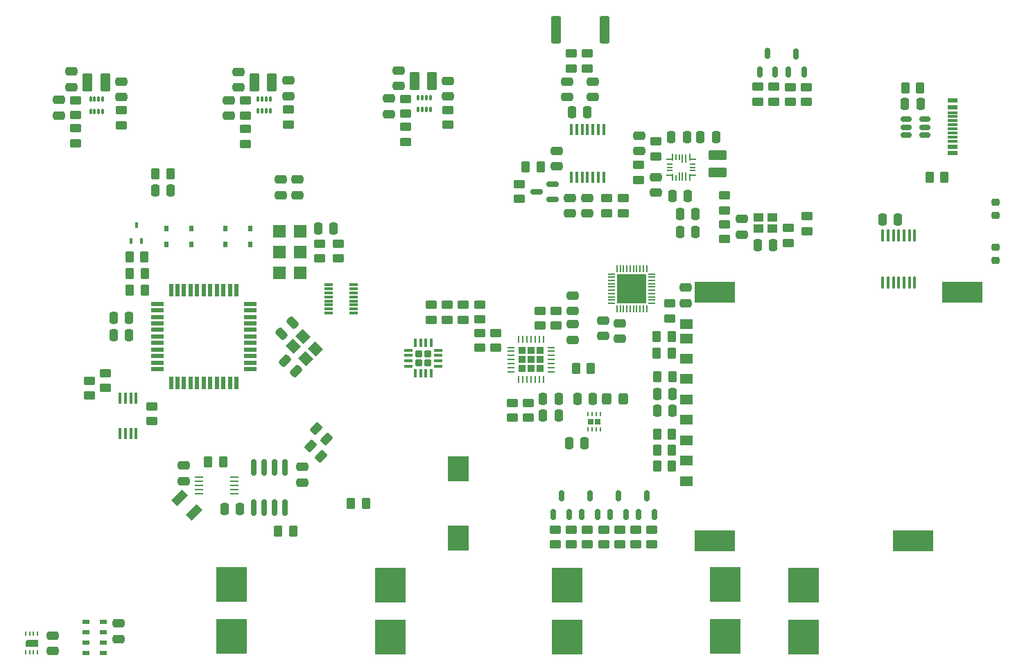
<source format=gbr>
%TF.GenerationSoftware,KiCad,Pcbnew,7.0.9-7.0.9~ubuntu23.04.1*%
%TF.CreationDate,2023-12-10T18:21:03+00:00*%
%TF.ProjectId,BATDATUNIT01,42415444-4154-4554-9e49-5430312e6b69,rev?*%
%TF.SameCoordinates,Original*%
%TF.FileFunction,Paste,Bot*%
%TF.FilePolarity,Positive*%
%FSLAX46Y46*%
G04 Gerber Fmt 4.6, Leading zero omitted, Abs format (unit mm)*
G04 Created by KiCad (PCBNEW 7.0.9-7.0.9~ubuntu23.04.1) date 2023-12-10 18:21:03*
%MOMM*%
%LPD*%
G01*
G04 APERTURE LIST*
G04 Aperture macros list*
%AMRoundRect*
0 Rectangle with rounded corners*
0 $1 Rounding radius*
0 $2 $3 $4 $5 $6 $7 $8 $9 X,Y pos of 4 corners*
0 Add a 4 corners polygon primitive as box body*
4,1,4,$2,$3,$4,$5,$6,$7,$8,$9,$2,$3,0*
0 Add four circle primitives for the rounded corners*
1,1,$1+$1,$2,$3*
1,1,$1+$1,$4,$5*
1,1,$1+$1,$6,$7*
1,1,$1+$1,$8,$9*
0 Add four rect primitives between the rounded corners*
20,1,$1+$1,$2,$3,$4,$5,0*
20,1,$1+$1,$4,$5,$6,$7,0*
20,1,$1+$1,$6,$7,$8,$9,0*
20,1,$1+$1,$8,$9,$2,$3,0*%
%AMRotRect*
0 Rectangle, with rotation*
0 The origin of the aperture is its center*
0 $1 length*
0 $2 width*
0 $3 Rotation angle, in degrees counterclockwise*
0 Add horizontal line*
21,1,$1,$2,0,0,$3*%
%AMFreePoly0*
4,1,6,0.450000,-0.800000,-0.180000,-0.800000,-0.450000,-0.530000,-0.450000,0.800000,0.450000,0.800000,0.450000,-0.800000,0.450000,-0.800000,$1*%
G04 Aperture macros list end*
%ADD10RoundRect,0.250000X0.450000X-0.262500X0.450000X0.262500X-0.450000X0.262500X-0.450000X-0.262500X0*%
%ADD11RoundRect,0.250000X-0.262500X-0.450000X0.262500X-0.450000X0.262500X0.450000X-0.262500X0.450000X0*%
%ADD12R,0.950000X0.550000*%
%ADD13RoundRect,0.250000X0.475000X-0.250000X0.475000X0.250000X-0.475000X0.250000X-0.475000X-0.250000X0*%
%ADD14RoundRect,0.150000X0.150000X-0.512500X0.150000X0.512500X-0.150000X0.512500X-0.150000X-0.512500X0*%
%ADD15RoundRect,0.250000X0.375000X0.850000X-0.375000X0.850000X-0.375000X-0.850000X0.375000X-0.850000X0*%
%ADD16RoundRect,0.250000X-0.503814X-0.132583X-0.132583X-0.503814X0.503814X0.132583X0.132583X0.503814X0*%
%ADD17R,0.600000X0.700000*%
%ADD18RoundRect,0.050000X-0.100000X0.285000X-0.100000X-0.285000X0.100000X-0.285000X0.100000X0.285000X0*%
%ADD19RoundRect,0.150000X-0.512500X-0.150000X0.512500X-0.150000X0.512500X0.150000X-0.512500X0.150000X0*%
%ADD20RoundRect,0.250000X-0.450000X0.262500X-0.450000X-0.262500X0.450000X-0.262500X0.450000X0.262500X0*%
%ADD21R,3.810000X4.240000*%
%ADD22RoundRect,0.250000X-0.362500X-1.425000X0.362500X-1.425000X0.362500X1.425000X-0.362500X1.425000X0*%
%ADD23RoundRect,0.217500X0.217500X0.217500X-0.217500X0.217500X-0.217500X-0.217500X0.217500X-0.217500X0*%
%ADD24RoundRect,0.075000X0.462500X0.075000X-0.462500X0.075000X-0.462500X-0.075000X0.462500X-0.075000X0*%
%ADD25RoundRect,0.075000X0.075000X0.462500X-0.075000X0.462500X-0.075000X-0.462500X0.075000X-0.462500X0*%
%ADD26RoundRect,0.250000X0.250000X0.475000X-0.250000X0.475000X-0.250000X-0.475000X0.250000X-0.475000X0*%
%ADD27R,1.150000X0.600000*%
%ADD28R,1.150000X0.300000*%
%ADD29RoundRect,0.250000X-0.325000X-0.450000X0.325000X-0.450000X0.325000X0.450000X-0.325000X0.450000X0*%
%ADD30R,1.050000X0.300000*%
%ADD31RoundRect,0.250000X0.850000X-0.375000X0.850000X0.375000X-0.850000X0.375000X-0.850000X-0.375000X0*%
%ADD32RoundRect,0.250000X-0.475000X0.250000X-0.475000X-0.250000X0.475000X-0.250000X0.475000X0.250000X0*%
%ADD33RoundRect,0.250000X-0.250000X-0.475000X0.250000X-0.475000X0.250000X0.475000X-0.250000X0.475000X0*%
%ADD34RoundRect,0.250000X0.262500X0.450000X-0.262500X0.450000X-0.262500X-0.450000X0.262500X-0.450000X0*%
%ADD35RotRect,1.400000X1.200000X315.000000*%
%ADD36R,0.650000X0.750000*%
%ADD37R,0.250000X0.500000*%
%ADD38RoundRect,0.150000X0.150000X-0.825000X0.150000X0.825000X-0.150000X0.825000X-0.150000X-0.825000X0*%
%ADD39R,0.450000X1.450000*%
%ADD40R,1.600000X1.200000*%
%ADD41R,5.000000X2.500000*%
%ADD42RoundRect,0.225000X0.225000X-0.225000X0.225000X0.225000X-0.225000X0.225000X-0.225000X-0.225000X0*%
%ADD43RoundRect,0.062500X0.062500X-0.337500X0.062500X0.337500X-0.062500X0.337500X-0.062500X-0.337500X0*%
%ADD44RoundRect,0.062500X0.337500X-0.062500X0.337500X0.062500X-0.337500X0.062500X-0.337500X-0.062500X0*%
%ADD45R,0.450000X0.700000*%
%ADD46RoundRect,0.050000X-0.337500X0.050000X-0.337500X-0.050000X0.337500X-0.050000X0.337500X0.050000X0*%
%ADD47RoundRect,0.050000X0.050000X0.337500X-0.050000X0.337500X-0.050000X-0.337500X0.050000X-0.337500X0*%
%ADD48RoundRect,0.050000X-0.262500X0.050000X-0.262500X-0.050000X0.262500X-0.050000X0.262500X0.050000X0*%
%ADD49RoundRect,0.050000X0.337500X-0.050000X0.337500X0.050000X-0.337500X0.050000X-0.337500X-0.050000X0*%
%ADD50RoundRect,0.050000X-0.050000X-0.262500X0.050000X-0.262500X0.050000X0.262500X-0.050000X0.262500X0*%
%ADD51RoundRect,0.050000X-0.050000X-0.450000X0.050000X-0.450000X0.050000X0.450000X-0.050000X0.450000X0*%
%ADD52RoundRect,0.050000X-0.050000X-0.337500X0.050000X-0.337500X0.050000X0.337500X-0.050000X0.337500X0*%
%ADD53RoundRect,0.050000X0.362500X-0.050000X0.362500X0.050000X-0.362500X0.050000X-0.362500X-0.050000X0*%
%ADD54RoundRect,0.050000X-0.362500X0.050000X-0.362500X-0.050000X0.362500X-0.050000X0.362500X0.050000X0*%
%ADD55R,2.500000X3.050000*%
%ADD56FreePoly0,270.000000*%
%ADD57R,0.250000X0.550000*%
%ADD58RoundRect,0.250000X-0.512652X-0.159099X-0.159099X-0.512652X0.512652X0.159099X0.159099X0.512652X0*%
%ADD59RoundRect,0.250000X0.250000X-0.200000X0.250000X0.200000X-0.250000X0.200000X-0.250000X-0.200000X0*%
%ADD60RotRect,1.000000X1.800000X135.000000*%
%ADD61RoundRect,0.150000X0.587500X0.150000X-0.587500X0.150000X-0.587500X-0.150000X0.587500X-0.150000X0*%
%ADD62R,1.100000X0.250000*%
%ADD63R,1.150000X1.000000*%
%ADD64R,1.524000X1.524000*%
%ADD65RoundRect,0.250000X0.159099X-0.512652X0.512652X-0.159099X-0.159099X0.512652X-0.512652X0.159099X0*%
%ADD66R,0.850000X0.200000*%
%ADD67R,0.200000X0.850000*%
%ADD68R,3.600000X3.600000*%
%ADD69RoundRect,0.100000X0.100000X-0.637500X0.100000X0.637500X-0.100000X0.637500X-0.100000X-0.637500X0*%
%ADD70R,1.500000X0.550000*%
%ADD71R,0.550000X1.500000*%
G04 APERTURE END LIST*
D10*
%TO.C,R35*%
X84786000Y17213500D03*
X84786000Y19038500D03*
%TD*%
D11*
%TO.C,R10*%
X93273500Y28726000D03*
X95098500Y28726000D03*
%TD*%
D12*
%TO.C,U9*%
X25659750Y7704750D03*
X25659750Y6454750D03*
X25659750Y5204750D03*
X25659750Y3954750D03*
X23509750Y3954750D03*
X23509750Y5204750D03*
X23509750Y6454750D03*
X23509750Y7704750D03*
%TD*%
D13*
%TO.C,C39*%
X61736000Y73266000D03*
X61736000Y75166000D03*
%TD*%
D14*
%TO.C,Q2*%
X89469330Y20888500D03*
X87569330Y20888500D03*
X88519330Y23163500D03*
%TD*%
D15*
%TO.C,L3*%
X46261000Y73711000D03*
X44111000Y73711000D03*
%TD*%
D16*
%TO.C,R37*%
X50940765Y29271235D03*
X52231235Y27980765D03*
%TD*%
D17*
%TO.C,SW2*%
X33386000Y53901000D03*
X36386000Y53901000D03*
X33386000Y55801000D03*
X36386000Y55801000D03*
%TD*%
D18*
%TO.C,U17*%
X24086000Y71658500D03*
X24586000Y71658500D03*
X25086000Y71658500D03*
X25586000Y71658500D03*
X25586000Y70178500D03*
X25086000Y70178500D03*
X24586000Y70178500D03*
X24086000Y70178500D03*
%TD*%
D19*
%TO.C,U2*%
X123711000Y67276000D03*
X123711000Y68226000D03*
X123711000Y69176000D03*
X125986000Y69176000D03*
X125986000Y68226000D03*
X125986000Y67276000D03*
%TD*%
D20*
%TO.C,R14*%
X101537600Y56357100D03*
X101537600Y54532100D03*
%TD*%
D21*
%TO.C,F3*%
X82309800Y12223800D03*
X82309800Y5853800D03*
%TD*%
D22*
%TO.C,R61*%
X80923500Y80126000D03*
X86848500Y80126000D03*
%TD*%
D23*
%TO.C,U4*%
X65251000Y39441000D03*
X65251000Y40521000D03*
X64171000Y39441000D03*
X64171000Y40521000D03*
D24*
X66548500Y40956000D03*
X66548500Y40306000D03*
X66548500Y39656000D03*
X66548500Y39006000D03*
D25*
X65686000Y38143500D03*
X65036000Y38143500D03*
X64386000Y38143500D03*
X63736000Y38143500D03*
D24*
X62873500Y39006000D03*
X62873500Y39656000D03*
X62873500Y40306000D03*
X62873500Y40956000D03*
D25*
X63736000Y41818500D03*
X64386000Y41818500D03*
X65036000Y41818500D03*
X65686000Y41818500D03*
%TD*%
D26*
%TO.C,C15*%
X28786000Y42826000D03*
X26886000Y42826000D03*
%TD*%
%TO.C,C35*%
X122686000Y56951000D03*
X120786000Y56951000D03*
%TD*%
D27*
%TO.C,J1*%
X129381000Y71456000D03*
X129381000Y70656000D03*
D28*
X129381000Y69506000D03*
X129381000Y68506000D03*
X129381000Y68006000D03*
X129381000Y67006000D03*
D27*
X129381000Y65056000D03*
X129381000Y65856000D03*
D28*
X129381000Y66506000D03*
X129381000Y67506000D03*
X129381000Y69006000D03*
X129381000Y70006000D03*
%TD*%
D29*
%TO.C,L5*%
X87111000Y35026000D03*
X89161000Y35026000D03*
%TD*%
D26*
%TO.C,C45*%
X84436000Y29576000D03*
X82536000Y29576000D03*
%TD*%
D13*
%TO.C,C24*%
X91086000Y65276000D03*
X91086000Y67176000D03*
%TD*%
D30*
%TO.C,U7*%
X56186000Y48976000D03*
X56186000Y48476000D03*
X56186000Y47976000D03*
X56186000Y47476000D03*
X56186000Y46976000D03*
X56186000Y46476000D03*
X56186000Y45976000D03*
X56186000Y45476000D03*
X53186000Y45476000D03*
X53186000Y45976000D03*
X53186000Y46476000D03*
X53186000Y46976000D03*
X53186000Y47476000D03*
X53186000Y47976000D03*
X53186000Y48476000D03*
X53186000Y48976000D03*
%TD*%
D20*
%TO.C,R50*%
X105586000Y73163500D03*
X105586000Y71338500D03*
%TD*%
D31*
%TO.C,L1*%
X100686000Y62651000D03*
X100686000Y64801000D03*
%TD*%
D32*
%TO.C,C18*%
X27486000Y7529750D03*
X27486000Y5629750D03*
%TD*%
D10*
%TO.C,R27*%
X88719332Y17213500D03*
X88719332Y19038500D03*
%TD*%
D32*
%TO.C,C3*%
X96786000Y48626000D03*
X96786000Y46726000D03*
%TD*%
D33*
%TO.C,C6*%
X79336000Y32926000D03*
X81236000Y32926000D03*
%TD*%
D34*
%TO.C,R29*%
X85186000Y38726000D03*
X83361000Y38726000D03*
%TD*%
D32*
%TO.C,C10*%
X47326000Y61826000D03*
X47326000Y59926000D03*
%TD*%
D33*
%TO.C,C21*%
X31986000Y60516000D03*
X33886000Y60516000D03*
%TD*%
D11*
%TO.C,R44*%
X28836000Y52326000D03*
X30661000Y52326000D03*
%TD*%
D13*
%TO.C,C20*%
X35486000Y24956000D03*
X35486000Y26856000D03*
%TD*%
D20*
%TO.C,R38*%
X54386000Y53988500D03*
X54386000Y52163500D03*
%TD*%
D32*
%TO.C,C50*%
X49924800Y26676600D03*
X49924800Y24776600D03*
%TD*%
D14*
%TO.C,Q6*%
X107711000Y74951000D03*
X105811000Y74951000D03*
X106761000Y77226000D03*
%TD*%
D35*
%TO.C,Y2*%
X50013081Y42633081D03*
X51568716Y41077446D03*
X50366635Y39875365D03*
X48811000Y41431000D03*
%TD*%
D20*
%TO.C,R13*%
X101536000Y59893500D03*
X101536000Y58068500D03*
%TD*%
D13*
%TO.C,C29*%
X82286000Y71876000D03*
X82286000Y73776000D03*
%TD*%
D36*
%TO.C,U18*%
X85186000Y32226000D03*
X85986000Y32226000D03*
D37*
X86336000Y31276000D03*
X85836000Y31276000D03*
X85336000Y31276000D03*
X84836000Y31276000D03*
X84836000Y33176000D03*
X85336000Y33176000D03*
X85836000Y33176000D03*
X86336000Y33176000D03*
%TD*%
D11*
%TO.C,R9*%
X93273500Y30676000D03*
X95098500Y30676000D03*
%TD*%
D10*
%TO.C,R72*%
X48236000Y68548500D03*
X48236000Y70373500D03*
%TD*%
D20*
%TO.C,R51*%
X109511000Y73138500D03*
X109511000Y71313500D03*
%TD*%
D34*
%TO.C,R6*%
X95048500Y42626000D03*
X93223500Y42626000D03*
%TD*%
D15*
%TO.C,L2*%
X65811000Y73866000D03*
X63661000Y73866000D03*
%TD*%
D14*
%TO.C,Q5*%
X111211000Y74926000D03*
X109311000Y74926000D03*
X110261000Y77201000D03*
%TD*%
D32*
%TO.C,C34*%
X84786000Y59556000D03*
X84786000Y57656000D03*
%TD*%
D11*
%TO.C,R8*%
X93323500Y37726000D03*
X95148500Y37726000D03*
%TD*%
D34*
%TO.C,R18*%
X30686000Y50326000D03*
X28861000Y50326000D03*
%TD*%
D10*
%TO.C,R46*%
X23986000Y35413500D03*
X23986000Y37238500D03*
%TD*%
%TO.C,R48*%
X107511000Y71338500D03*
X107511000Y73163500D03*
%TD*%
%TO.C,R31*%
X86752666Y17213500D03*
X86752666Y19038500D03*
%TD*%
D20*
%TO.C,R56*%
X91022000Y63596100D03*
X91022000Y61771100D03*
%TD*%
D38*
%TO.C,U5*%
X47791000Y21701000D03*
X46521000Y21701000D03*
X45251000Y21701000D03*
X43981000Y21701000D03*
X43981000Y26651000D03*
X45251000Y26651000D03*
X46521000Y26651000D03*
X47791000Y26651000D03*
%TD*%
D39*
%TO.C,U11*%
X29661000Y30726000D03*
X29011000Y30726000D03*
X28361000Y30726000D03*
X27711000Y30726000D03*
X27711000Y35126000D03*
X28361000Y35126000D03*
X29011000Y35126000D03*
X29661000Y35126000D03*
%TD*%
D34*
%TO.C,R7*%
X95048500Y40626000D03*
X93223500Y40626000D03*
%TD*%
D10*
%TO.C,R19*%
X82819334Y17213500D03*
X82819334Y19038500D03*
%TD*%
D14*
%TO.C,Q1*%
X82535998Y20888500D03*
X80635998Y20888500D03*
X81585998Y23163500D03*
%TD*%
D20*
%TO.C,R80*%
X22286000Y68106000D03*
X22286000Y66281000D03*
%TD*%
D11*
%TO.C,R43*%
X32003500Y62546000D03*
X33828500Y62546000D03*
%TD*%
D17*
%TO.C,SW4*%
X43586000Y55801000D03*
X40586000Y55801000D03*
X43586000Y53901000D03*
X40586000Y53901000D03*
%TD*%
D20*
%TO.C,R79*%
X22286000Y71531000D03*
X22286000Y69706000D03*
%TD*%
D40*
%TO.C,J2*%
X96861000Y27441000D03*
X96861000Y29941000D03*
X96861000Y32441000D03*
X96861000Y34941000D03*
X96861000Y37441000D03*
X96861000Y39941000D03*
X96861000Y42371000D03*
X96861000Y44171000D03*
X96861000Y24941000D03*
D41*
X100361000Y48056000D03*
X100361000Y17606000D03*
X124561000Y17606000D03*
X130561000Y48056000D03*
%TD*%
D32*
%TO.C,C42*%
X60536000Y71716000D03*
X60536000Y69816000D03*
%TD*%
D33*
%TO.C,C7*%
X79336000Y35026000D03*
X81236000Y35026000D03*
%TD*%
D26*
%TO.C,C27*%
X97036000Y59801000D03*
X95136000Y59801000D03*
%TD*%
D10*
%TO.C,R24*%
X71586000Y41251000D03*
X71586000Y43076000D03*
%TD*%
%TO.C,R25*%
X73536000Y41251000D03*
X73536000Y43076000D03*
%TD*%
D33*
%TO.C,C12*%
X51886000Y55826000D03*
X53786000Y55826000D03*
%TD*%
D11*
%TO.C,R2*%
X126536000Y62076000D03*
X128361000Y62076000D03*
%TD*%
D13*
%TO.C,C38*%
X27836000Y71918500D03*
X27836000Y73818500D03*
%TD*%
D26*
%TO.C,C46*%
X85436000Y35026000D03*
X83536000Y35026000D03*
%TD*%
%TO.C,C5*%
X125436000Y71076000D03*
X123536000Y71076000D03*
%TD*%
D13*
%TO.C,C40*%
X42186000Y73061000D03*
X42186000Y74961000D03*
%TD*%
D10*
%TO.C,R55*%
X89167800Y57713500D03*
X89167800Y59538500D03*
%TD*%
%TO.C,R26*%
X80852668Y17213500D03*
X80852668Y19038500D03*
%TD*%
D26*
%TO.C,C47*%
X95161000Y35626000D03*
X93261000Y35626000D03*
%TD*%
D32*
%TO.C,C2*%
X88686000Y44251000D03*
X88686000Y42351000D03*
%TD*%
D10*
%TO.C,R15*%
X75586000Y32687500D03*
X75586000Y34512500D03*
%TD*%
D21*
%TO.C,F2*%
X60694400Y12223800D03*
X60694400Y5853800D03*
%TD*%
D42*
%TO.C,U3*%
X76766000Y38686000D03*
X77886000Y38686000D03*
X79006000Y38686000D03*
X76766000Y39806000D03*
X77886000Y39806000D03*
X79006000Y39806000D03*
X76766000Y40926000D03*
X77886000Y40926000D03*
X79006000Y40926000D03*
D43*
X79386000Y37356000D03*
X78886000Y37356000D03*
X78386000Y37356000D03*
X77886000Y37356000D03*
X77386000Y37356000D03*
X76886000Y37356000D03*
X76386000Y37356000D03*
D44*
X75436000Y38306000D03*
X75436000Y38806000D03*
X75436000Y39306000D03*
X75436000Y39806000D03*
X75436000Y40306000D03*
X75436000Y40806000D03*
X75436000Y41306000D03*
D43*
X76386000Y42256000D03*
X76886000Y42256000D03*
X77386000Y42256000D03*
X77886000Y42256000D03*
X78386000Y42256000D03*
X78886000Y42256000D03*
X79386000Y42256000D03*
D44*
X80336000Y41306000D03*
X80336000Y40806000D03*
X80336000Y40306000D03*
X80336000Y39806000D03*
X80336000Y39306000D03*
X80336000Y38806000D03*
X80336000Y38306000D03*
%TD*%
D13*
%TO.C,C4*%
X103620400Y55104200D03*
X103620400Y57004200D03*
%TD*%
D45*
%TO.C,D6*%
X30336000Y54276000D03*
X29036000Y54276000D03*
X29686000Y56276000D03*
%TD*%
D34*
%TO.C,R82*%
X40270900Y27301400D03*
X38445900Y27301400D03*
%TD*%
D10*
%TO.C,R57*%
X93155600Y64666700D03*
X93155600Y66491700D03*
%TD*%
D11*
%TO.C,R5*%
X123573500Y73026000D03*
X125398500Y73026000D03*
%TD*%
D10*
%TO.C,R42*%
X31536000Y32263500D03*
X31536000Y34088500D03*
%TD*%
D26*
%TO.C,C48*%
X95186000Y33601000D03*
X93286000Y33601000D03*
%TD*%
D15*
%TO.C,L4*%
X25886000Y73668500D03*
X23736000Y73668500D03*
%TD*%
D34*
%TO.C,R28*%
X30686000Y48326000D03*
X28861000Y48326000D03*
%TD*%
D39*
%TO.C,U12*%
X86736000Y62076000D03*
X86086000Y62076000D03*
X85436000Y62076000D03*
X84786000Y62076000D03*
X84136000Y62076000D03*
X83486000Y62076000D03*
X82836000Y62076000D03*
X82836000Y67976000D03*
X83486000Y67976000D03*
X84136000Y67976000D03*
X84786000Y67976000D03*
X85436000Y67976000D03*
X86086000Y67976000D03*
X86736000Y67976000D03*
%TD*%
D10*
%TO.C,R17*%
X77586000Y32687500D03*
X77586000Y34512500D03*
%TD*%
D46*
%TO.C,U13*%
X94838500Y62376000D03*
D47*
X95126000Y62088500D03*
D48*
X94823500Y62919000D03*
X94813500Y63319000D03*
X94813500Y63719000D03*
D47*
X95126000Y64563500D03*
D49*
X94838500Y64276000D03*
D50*
X95576000Y64538500D03*
X95976000Y64538500D03*
D51*
X96376000Y64356000D03*
X96776000Y64356000D03*
D52*
X97276000Y64563500D03*
D53*
X97588500Y64276000D03*
D48*
X97583500Y63719000D03*
X97583500Y63319000D03*
X97583500Y62919000D03*
D52*
X97276000Y62088500D03*
D54*
X97588500Y62376000D03*
D51*
X96776000Y62196000D03*
X96376000Y62196000D03*
X95976000Y62196000D03*
D50*
X95576000Y62016000D03*
%TD*%
D13*
%TO.C,C16*%
X19486000Y4179750D03*
X19486000Y6079750D03*
%TD*%
D20*
%TO.C,R78*%
X42986000Y68023500D03*
X42986000Y66198500D03*
%TD*%
%TO.C,R75*%
X62536000Y71678500D03*
X62536000Y69853500D03*
%TD*%
D34*
%TO.C,R45*%
X57698500Y22226000D03*
X55873500Y22226000D03*
%TD*%
D10*
%TO.C,R21*%
X67636000Y44676000D03*
X67636000Y46501000D03*
%TD*%
D55*
%TO.C,BZ1*%
X69036000Y18001000D03*
X69036000Y26451000D03*
%TD*%
D10*
%TO.C,R32*%
X92652668Y17213500D03*
X92652668Y19038500D03*
%TD*%
%TO.C,R4*%
X111570600Y55497300D03*
X111570600Y57322300D03*
%TD*%
D56*
%TO.C,U6*%
X16884750Y5154750D03*
D57*
X16134750Y6329750D03*
X16634750Y6329750D03*
X17134750Y6329750D03*
X17634750Y6329750D03*
X17634750Y3979750D03*
X17134750Y3979750D03*
X16634750Y3979750D03*
X16134750Y3979750D03*
%TD*%
D13*
%TO.C,C41*%
X21736000Y73106000D03*
X21736000Y75006000D03*
%TD*%
%TO.C,C36*%
X67736000Y71966000D03*
X67736000Y73866000D03*
%TD*%
D32*
%TO.C,C1*%
X82986000Y47626000D03*
X82986000Y45726000D03*
%TD*%
D18*
%TO.C,U16*%
X44536000Y71701000D03*
X45036000Y71701000D03*
X45536000Y71701000D03*
X46036000Y71701000D03*
X46036000Y70221000D03*
X45536000Y70221000D03*
X45036000Y70221000D03*
X44536000Y70221000D03*
%TD*%
D20*
%TO.C,R54*%
X87086000Y59538500D03*
X87086000Y57713500D03*
%TD*%
%TO.C,R59*%
X82786000Y77238500D03*
X82786000Y75413500D03*
%TD*%
%TO.C,R1*%
X94786000Y46651000D03*
X94786000Y44826000D03*
%TD*%
D58*
%TO.C,C14*%
X47864249Y39697751D03*
X49207751Y38354249D03*
%TD*%
D59*
%TO.C,D8*%
X134586000Y57426000D03*
X134586000Y59026000D03*
%TD*%
D20*
%TO.C,R3*%
X109335400Y55899900D03*
X109335400Y54074900D03*
%TD*%
D10*
%TO.C,R33*%
X80936000Y43963500D03*
X80936000Y45788500D03*
%TD*%
D18*
%TO.C,U15*%
X64086000Y71856000D03*
X64586000Y71856000D03*
X65086000Y71856000D03*
X65586000Y71856000D03*
X65586000Y70376000D03*
X65086000Y70376000D03*
X64586000Y70376000D03*
X64086000Y70376000D03*
%TD*%
D60*
%TO.C,Y3*%
X34952117Y22859883D03*
X36719883Y21092117D03*
%TD*%
D13*
%TO.C,C31*%
X80986000Y63426000D03*
X80986000Y65326000D03*
%TD*%
D61*
%TO.C,Q7*%
X80473500Y61276000D03*
X80473500Y59376000D03*
X78598500Y60326000D03*
%TD*%
D62*
%TO.C,U10*%
X37336000Y23406000D03*
X37336000Y23906000D03*
X37336000Y24406000D03*
X37336000Y24906000D03*
X37336000Y25406000D03*
X41636000Y25406000D03*
X41636000Y24906000D03*
X41636000Y24406000D03*
X41636000Y23906000D03*
X41636000Y23406000D03*
%TD*%
D14*
%TO.C,Q4*%
X92935998Y20888500D03*
X91035998Y20888500D03*
X91985998Y23163500D03*
%TD*%
D63*
%TO.C,Y1*%
X105615600Y57186000D03*
X107365600Y57186000D03*
X107365600Y55786000D03*
X105615600Y55786000D03*
%TD*%
D59*
%TO.C,D7*%
X134586000Y51901000D03*
X134586000Y53501000D03*
%TD*%
D64*
%TO.C,J3*%
X47166000Y50436000D03*
X49706000Y50436000D03*
X47166000Y52976000D03*
X49706000Y52976000D03*
X47166000Y55516000D03*
X49706000Y55516000D03*
%TD*%
D10*
%TO.C,R70*%
X27836000Y68481000D03*
X27836000Y70306000D03*
%TD*%
D20*
%TO.C,R40*%
X52086000Y53988500D03*
X52086000Y52163500D03*
%TD*%
D33*
%TO.C,C32*%
X98586000Y67026000D03*
X100486000Y67026000D03*
%TD*%
D32*
%TO.C,C25*%
X82640000Y59569600D03*
X82640000Y57669600D03*
%TD*%
D26*
%TO.C,C17*%
X42336000Y21506000D03*
X40436000Y21506000D03*
%TD*%
D33*
%TO.C,C26*%
X82886000Y70026000D03*
X84786000Y70026000D03*
%TD*%
D65*
%TO.C,C9*%
X47414249Y42954249D03*
X48757751Y44297751D03*
%TD*%
D16*
%TO.C,R36*%
X51640765Y31371235D03*
X52931235Y30080765D03*
%TD*%
D33*
%TO.C,C23*%
X96066400Y55419200D03*
X97966400Y55419200D03*
%TD*%
D14*
%TO.C,Q3*%
X86002664Y20888500D03*
X84102664Y20888500D03*
X85052664Y23163500D03*
%TD*%
D13*
%TO.C,C37*%
X48236000Y72011000D03*
X48236000Y73911000D03*
%TD*%
D10*
%TO.C,R81*%
X71586000Y44708500D03*
X71586000Y46533500D03*
%TD*%
D32*
%TO.C,C44*%
X20236000Y71568500D03*
X20236000Y69668500D03*
%TD*%
D20*
%TO.C,R77*%
X42986000Y71473500D03*
X42986000Y69648500D03*
%TD*%
D21*
%TO.C,F5*%
X111189600Y12223800D03*
X111189600Y5853800D03*
%TD*%
D32*
%TO.C,C43*%
X40986000Y71511000D03*
X40986000Y69611000D03*
%TD*%
D11*
%TO.C,R41*%
X47023500Y18826000D03*
X48848500Y18826000D03*
%TD*%
D10*
%TO.C,R71*%
X67736000Y68491000D03*
X67736000Y70316000D03*
%TD*%
D66*
%TO.C,U1*%
X87736000Y46676000D03*
X87736000Y47076000D03*
X87736000Y47476000D03*
X87736000Y47876000D03*
X87736000Y48276000D03*
X87736000Y48676000D03*
X87736000Y49076000D03*
X87736000Y49476000D03*
X87736000Y49876000D03*
X87736000Y50276000D03*
D67*
X88386000Y50926000D03*
X88786000Y50926000D03*
X89186000Y50926000D03*
X89586000Y50926000D03*
X89986000Y50926000D03*
X90386000Y50926000D03*
X90786000Y50926000D03*
X91186000Y50926000D03*
X91586000Y50926000D03*
X91986000Y50926000D03*
D66*
X92636000Y50276000D03*
X92636000Y49876000D03*
X92636000Y49476000D03*
X92636000Y49076000D03*
X92636000Y48676000D03*
X92636000Y48276000D03*
X92636000Y47876000D03*
X92636000Y47476000D03*
X92636000Y47076000D03*
X92636000Y46676000D03*
D67*
X91986000Y46026000D03*
X91586000Y46026000D03*
X91186000Y46026000D03*
X90786000Y46026000D03*
X90386000Y46026000D03*
X89986000Y46026000D03*
X89586000Y46026000D03*
X89186000Y46026000D03*
X88786000Y46026000D03*
X88386000Y46026000D03*
D68*
X90186000Y48476000D03*
%TD*%
D20*
%TO.C,R60*%
X84786000Y77238500D03*
X84786000Y75413500D03*
%TD*%
D32*
%TO.C,C19*%
X86686000Y44601000D03*
X86686000Y42701000D03*
%TD*%
D69*
%TO.C,U14*%
X124736000Y49238500D03*
X124086000Y49238500D03*
X123436000Y49238500D03*
X122786000Y49238500D03*
X122136000Y49238500D03*
X121486000Y49238500D03*
X120836000Y49238500D03*
X120836000Y54963500D03*
X121486000Y54963500D03*
X122136000Y54963500D03*
X122786000Y54963500D03*
X123436000Y54963500D03*
X124086000Y54963500D03*
X124736000Y54963500D03*
%TD*%
D26*
%TO.C,C49*%
X107466000Y53793600D03*
X105566000Y53793600D03*
%TD*%
%TO.C,C11*%
X28786000Y44876000D03*
X26886000Y44876000D03*
%TD*%
D20*
%TO.C,R76*%
X62536000Y68278500D03*
X62536000Y66453500D03*
%TD*%
D32*
%TO.C,C13*%
X49361000Y61826000D03*
X49361000Y59926000D03*
%TD*%
D10*
%TO.C,R30*%
X69586000Y44676000D03*
X69586000Y46501000D03*
%TD*%
%TO.C,R47*%
X25936000Y36313500D03*
X25936000Y38138500D03*
%TD*%
D20*
%TO.C,R58*%
X76486000Y61263500D03*
X76486000Y59438500D03*
%TD*%
D10*
%TO.C,R49*%
X111486000Y71313500D03*
X111486000Y73138500D03*
%TD*%
D13*
%TO.C,C30*%
X85386000Y71876000D03*
X85386000Y73776000D03*
%TD*%
D70*
%TO.C,U8*%
X43611000Y46631000D03*
X43611000Y45831000D03*
X43611000Y45031000D03*
X43611000Y44231000D03*
X43611000Y43431000D03*
X43611000Y42631000D03*
X43611000Y41831000D03*
X43611000Y41031000D03*
X43611000Y40231000D03*
X43611000Y39431000D03*
X43611000Y38631000D03*
D71*
X41911000Y36931000D03*
X41111000Y36931000D03*
X40311000Y36931000D03*
X39511000Y36931000D03*
X38711000Y36931000D03*
X37911000Y36931000D03*
X37111000Y36931000D03*
X36311000Y36931000D03*
X35511000Y36931000D03*
X34711000Y36931000D03*
X33911000Y36931000D03*
D70*
X32211000Y38631000D03*
X32211000Y39431000D03*
X32211000Y40231000D03*
X32211000Y41031000D03*
X32211000Y41831000D03*
X32211000Y42631000D03*
X32211000Y43431000D03*
X32211000Y44231000D03*
X32211000Y45031000D03*
X32211000Y45831000D03*
X32211000Y46631000D03*
D71*
X33911000Y48331000D03*
X34711000Y48331000D03*
X35511000Y48331000D03*
X36311000Y48331000D03*
X37111000Y48331000D03*
X37911000Y48331000D03*
X38711000Y48331000D03*
X39511000Y48331000D03*
X40311000Y48331000D03*
X41111000Y48331000D03*
X41911000Y48331000D03*
%TD*%
D11*
%TO.C,R53*%
X77223500Y63376000D03*
X79048500Y63376000D03*
%TD*%
D10*
%TO.C,R20*%
X90685998Y17213500D03*
X90685998Y19038500D03*
%TD*%
D26*
%TO.C,C28*%
X96900000Y67000000D03*
X95000000Y67000000D03*
%TD*%
D21*
%TO.C,F4*%
X101613800Y12325400D03*
X101613800Y5955400D03*
%TD*%
D11*
%TO.C,R11*%
X93273500Y26756000D03*
X95098500Y26756000D03*
%TD*%
D33*
%TO.C,C22*%
X96066400Y57629000D03*
X97966400Y57629000D03*
%TD*%
D10*
%TO.C,R23*%
X65686000Y44676000D03*
X65686000Y46501000D03*
%TD*%
%TO.C,R34*%
X78986000Y43963500D03*
X78986000Y45788500D03*
%TD*%
D13*
%TO.C,C8*%
X82986000Y42226000D03*
X82986000Y44126000D03*
%TD*%
D21*
%TO.C,F1*%
X41339600Y12301000D03*
X41339600Y5931000D03*
%TD*%
D32*
%TO.C,C33*%
X93104800Y62109600D03*
X93104800Y60209600D03*
%TD*%
M02*

</source>
